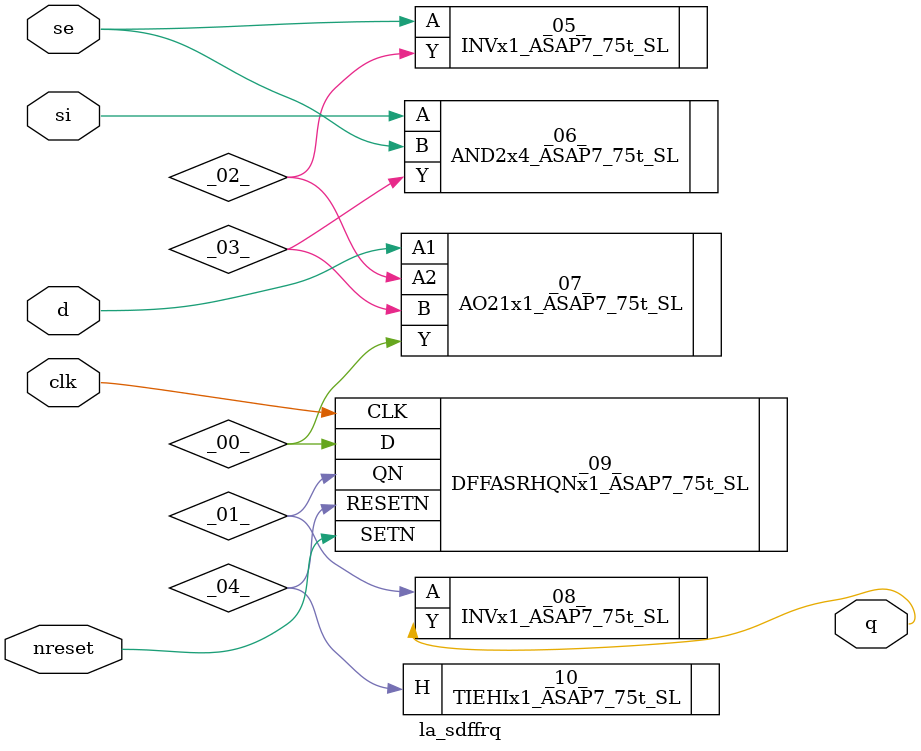
<source format=v>

/* Generated by Yosys 0.44 (git sha1 80ba43d26, g++ 11.4.0-1ubuntu1~22.04 -fPIC -O3) */

(* top =  1  *)
(* src = "inputs/la_sdffrq.v:11.1-26.10" *)
module la_sdffrq (
    d,
    si,
    se,
    clk,
    nreset,
    q
);
  (* src = "inputs/la_sdffrq.v:22.5-24.31" *)
  wire _00_;
  wire _01_;
  wire _02_;
  wire _03_;
  wire _04_;
  (* src = "inputs/la_sdffrq.v:17.16-17.19" *)
  input clk;
  wire clk;
  (* src = "inputs/la_sdffrq.v:14.16-14.17" *)
  input d;
  wire d;
  (* src = "inputs/la_sdffrq.v:18.16-18.22" *)
  input nreset;
  wire nreset;
  (* src = "inputs/la_sdffrq.v:19.16-19.17" *)
  output q;
  wire q;
  (* src = "inputs/la_sdffrq.v:16.16-16.18" *)
  input se;
  wire se;
  (* src = "inputs/la_sdffrq.v:15.16-15.18" *)
  input si;
  wire si;
  INVx1_ASAP7_75t_SL _05_ (
      .A(se),
      .Y(_02_)
  );
  AND2x4_ASAP7_75t_SL _06_ (
      .A(si),
      .B(se),
      .Y(_03_)
  );
  AO21x1_ASAP7_75t_SL _07_ (
      .A1(d),
      .A2(_02_),
      .B (_03_),
      .Y (_00_)
  );
  INVx1_ASAP7_75t_SL _08_ (
      .A(_01_),
      .Y(q)
  );
  (* src = "inputs/la_sdffrq.v:22.5-24.31" *)
  DFFASRHQNx1_ASAP7_75t_SL _09_ (
      .CLK(clk),
      .D(_00_),
      .QN(_01_),
      .RESETN(_04_),
      .SETN(nreset)
  );
  TIEHIx1_ASAP7_75t_SL _10_ (.H(_04_));
endmodule

</source>
